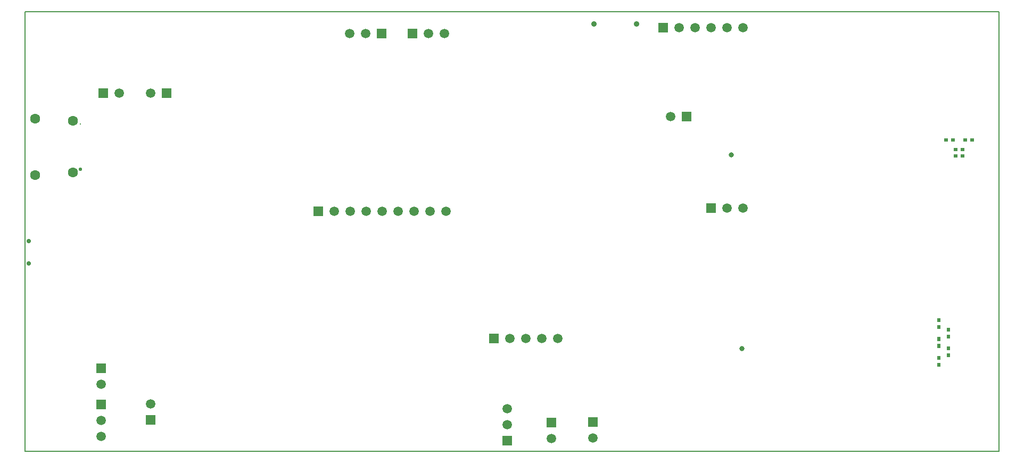
<source format=gbs>
G04*
G04 #@! TF.GenerationSoftware,Altium Limited,Altium Designer,22.0.2 (36)*
G04*
G04 Layer_Color=16711935*
%FSLAX44Y44*%
%MOMM*%
G71*
G04*
G04 #@! TF.SameCoordinates,AD71EA70-9FC7-4FF3-9A77-F54E5D2193E9*
G04*
G04*
G04 #@! TF.FilePolarity,Negative*
G04*
G01*
G75*
%ADD16C,0.1500*%
%ADD104C,0.8000*%
%ADD116C,0.9000*%
%ADD117C,1.5000*%
%ADD118R,1.5000X1.5000*%
%ADD119R,1.5000X1.5000*%
%ADD120C,0.5750*%
%ADD121C,0.3250*%
%ADD122C,1.6000*%
%ADD123C,0.7000*%
G36*
X1456237Y195000D02*
X1451037D01*
Y201000D01*
X1456237D01*
Y195000D01*
D02*
G37*
G36*
X1471537Y191000D02*
X1466337D01*
Y197000D01*
X1471537D01*
Y191000D01*
D02*
G37*
G36*
Y180000D02*
X1466337D01*
Y186000D01*
X1471537D01*
Y180000D01*
D02*
G37*
G36*
X1456288Y176000D02*
X1451037D01*
Y182000D01*
X1456288D01*
Y176000D01*
D02*
G37*
G36*
Y165000D02*
X1451037D01*
Y171000D01*
X1456288D01*
Y165000D01*
D02*
G37*
G36*
X1471537Y161000D02*
X1466288D01*
Y167000D01*
X1471537D01*
Y161000D01*
D02*
G37*
G36*
Y150000D02*
X1466288D01*
Y156000D01*
X1471537D01*
Y150000D01*
D02*
G37*
G36*
X1456288Y146000D02*
X1451037D01*
Y152000D01*
X1456288D01*
Y146000D01*
D02*
G37*
G36*
Y135000D02*
X1451037D01*
Y141000D01*
X1456288D01*
Y135000D01*
D02*
G37*
G36*
X1494537Y467800D02*
X1488537D01*
Y473000D01*
X1494537D01*
Y467800D01*
D02*
G37*
G36*
X1483537D02*
X1477537D01*
Y473000D01*
X1483537D01*
Y467800D01*
D02*
G37*
G36*
X1456237Y206000D02*
X1451037D01*
Y212000D01*
X1456237D01*
Y206000D01*
D02*
G37*
G36*
X1477537Y478000D02*
Y483250D01*
X1483537D01*
Y478000D01*
X1477537D01*
D02*
G37*
G36*
X1488537D02*
Y483250D01*
X1494537D01*
Y478000D01*
X1488537D01*
D02*
G37*
G36*
X1462537Y492750D02*
Y498000D01*
X1468537D01*
Y492750D01*
X1462537D01*
D02*
G37*
G36*
X1473537D02*
Y498000D01*
X1479428D01*
Y492750D01*
X1473537D01*
D02*
G37*
G36*
X1492538D02*
Y498000D01*
X1498537D01*
Y492750D01*
X1492538D01*
D02*
G37*
G36*
X1503537D02*
Y498000D01*
X1509537D01*
Y492750D01*
X1503537D01*
D02*
G37*
D16*
X0Y700000D02*
X1550000D01*
X0Y0D02*
Y700000D01*
X1550000D02*
X1550000Y0D01*
X0D02*
X1550000D01*
D104*
X1140400Y164000D02*
D03*
X1124000Y472000D02*
D03*
D116*
X905000Y680000D02*
D03*
X973000D02*
D03*
D117*
X1066200Y674000D02*
D03*
X1040800D02*
D03*
X1091600D02*
D03*
X1117000D02*
D03*
X1142400D02*
D03*
X121000Y107000D02*
D03*
X200000Y75400D02*
D03*
X542700Y382500D02*
D03*
X491900D02*
D03*
X517300D02*
D03*
X593500D02*
D03*
X568100D02*
D03*
X644300D02*
D03*
X618900D02*
D03*
X669700D02*
D03*
X1027100Y533000D02*
D03*
X1117000Y387000D02*
D03*
X1142400D02*
D03*
X767000Y68400D02*
D03*
Y43000D02*
D03*
X838000Y20600D02*
D03*
X904000Y21628D02*
D03*
X797000Y179500D02*
D03*
X771600D02*
D03*
X822400D02*
D03*
X847800D02*
D03*
X542000Y665000D02*
D03*
X516600D02*
D03*
X150400Y570000D02*
D03*
X642000Y665000D02*
D03*
X667400D02*
D03*
X121000Y49600D02*
D03*
Y24200D02*
D03*
X200000Y570000D02*
D03*
D118*
X1015400Y674000D02*
D03*
X466500Y382500D02*
D03*
X1052500Y533000D02*
D03*
X1091600Y387000D02*
D03*
X746200Y179500D02*
D03*
X567400Y665000D02*
D03*
X125000Y570000D02*
D03*
X616600Y665000D02*
D03*
X225400Y570000D02*
D03*
D119*
X121000Y132400D02*
D03*
X200000Y50000D02*
D03*
X767000Y17600D02*
D03*
X838000Y46000D02*
D03*
X904000Y47028D02*
D03*
X121000Y75000D02*
D03*
D120*
X88650Y449000D02*
D03*
D121*
Y521000D02*
D03*
D122*
X16650Y529900D02*
D03*
Y440100D02*
D03*
X76150Y443700D02*
D03*
Y526300D02*
D03*
D123*
X6000Y299500D02*
D03*
Y334500D02*
D03*
M02*

</source>
